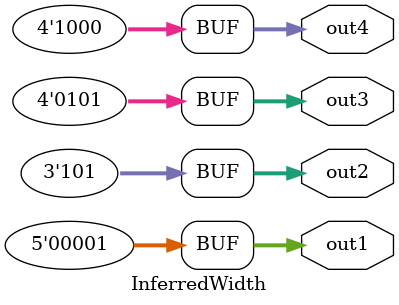
<source format=v>
module InferredWidth (
  output        [4:0] out1,
  output        [2:0] out2,
  output signed [3:0] out3,
  output signed [3:0] out4
);
  assign out1 = 5'h1;
  assign out2 = 3'h5;
  assign out3 = 4'sh5;
  assign out4 = -4'sh8;
endmodule

</source>
